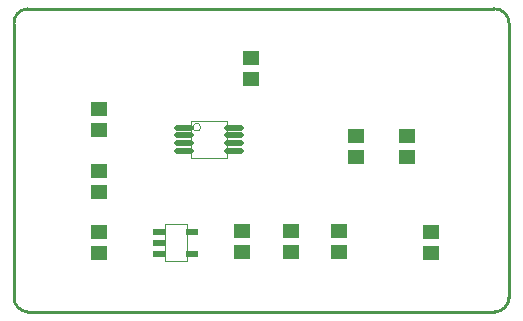
<source format=gtp>
G04*
G04 #@! TF.GenerationSoftware,Altium Limited,Altium Designer,20.0.13 (296)*
G04*
G04 Layer_Color=8421504*
%FSLAX24Y24*%
%MOIN*%
G70*
G01*
G75*
%ADD10C,0.0100*%
%ADD14C,0.0039*%
%ADD15R,0.0579X0.0457*%
%ADD16R,0.0433X0.0236*%
%ADD17O,0.0669X0.0169*%
D10*
X16020Y-1D02*
G03*
X16500Y500I5J476D01*
G01*
Y9620D02*
G03*
X15999Y10100I-476J5D01*
G01*
X450Y10100D02*
G03*
X0Y9600I25J-475D01*
G01*
Y470D02*
G03*
X452Y-3I476J3D01*
G01*
X13100Y10100D02*
X15999D01*
X16500Y8250D02*
Y9620D01*
Y475D02*
Y6400D01*
X450Y0D02*
X16025D01*
X0Y450D02*
Y9600D01*
X450Y10100D02*
X10700Y10100D01*
X16500Y6400D02*
Y8250D01*
X10700Y10100D02*
X13100D01*
D14*
X6224Y6154D02*
G03*
X6224Y6154I-128J0D01*
G01*
X5046Y1690D02*
Y2910D01*
X5754Y1690D02*
Y2910D01*
X5046D02*
X5754D01*
X5046Y1690D02*
X5754D01*
X5890Y5140D02*
Y6360D01*
X7110Y5140D02*
Y6360D01*
X5890D02*
X7110D01*
X5890Y5140D02*
X7110D01*
D15*
X13900Y1950D02*
D03*
Y2650D02*
D03*
X2850Y4000D02*
D03*
Y4701D02*
D03*
Y1950D02*
D03*
Y2651D02*
D03*
X2850Y6751D02*
D03*
Y6050D02*
D03*
X13100Y5850D02*
D03*
Y5150D02*
D03*
X11400D02*
D03*
Y5850D02*
D03*
X7900Y7749D02*
D03*
Y8450D02*
D03*
X10850Y2000D02*
D03*
Y2700D02*
D03*
X9225Y2000D02*
D03*
Y2700D02*
D03*
X7600Y2000D02*
D03*
Y2700D02*
D03*
D16*
X4849Y2674D02*
D03*
Y2300D02*
D03*
Y1926D02*
D03*
X5951D02*
D03*
Y2674D02*
D03*
D17*
X5673Y6134D02*
D03*
Y5878D02*
D03*
Y5622D02*
D03*
Y5366D02*
D03*
X7327Y6134D02*
D03*
Y5878D02*
D03*
Y5622D02*
D03*
Y5366D02*
D03*
M02*

</source>
